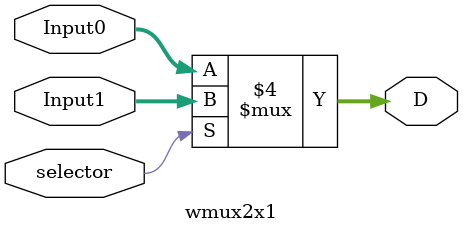
<source format=v>
`timescale 1ns / 1ps


module wmux2x1(Input1, Input0, selector, D);
   
    input [31:0] Input1, Input0;
    input selector;
    output reg [31:0] D;

    always @(Input1, Input0, selector)
    begin
      if (selector==1) 
      begin
         D <= Input1;
      end
      else 
      begin
         D <= Input0;
      end
    end

endmodule

</source>
